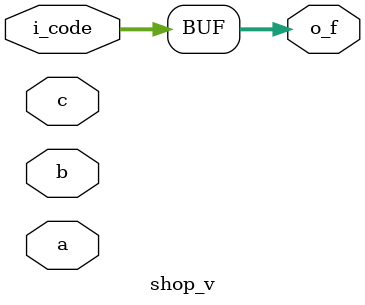
<source format=v>


module shop_v

  (
    input        a     ,
    input        b     ,
    input        c     ,
    input  [23:0] i_code,
    output [23:0] o_f
  );
  
  assign o_f = i_code;
  
  
  // assign o_f = i_code == 00 ?    a ^ b ^ c    : 
               // i_code == 01 ? ~ (a & b & c)   : 
               // i_code == 10 ? ~ ( a |  b | c) : 
                              // (~a & ~b & ~c) | (~a & b & c) | (a & ~b & c) | (a & b & ~c);
endmodule


// ////////////////////////////
 // // Component Model - Uses MUX
// ////////////////////////////
// module shop_v

  // (
    // input        a     ,
    // input        b     ,
    // input        c     ,
    // input  [1:0] i_code,
    // output       o_f
  // );
  
  
  // // final outputs of each gate
  // wire xor_f;
  // wire nand_f;
  // wire nor_f;
  // wire xnor_f;
  
  // // internal gate outputs
  // wire nor_or_f;   // OR4 output befor NOT output for NOR
  // wire xnor_xor_f; // XOR outup befor NOT output for XNOR
  
  
  
  // // XOR3
  // XOR4_gate_v  xor_0  (a, b, c, 1'b0, xor_f);
  
  // // NAND3
  // NAND4_gate_v nand_0 (a, b, c, 1'b1, nand_f);
  
  // // NOR3
  // OR4_gate_v   or_0   (a, b, c, 1'b0, nor_or_f);
  // NOT1_gate_v  not_0  (nor_or_f, nor_f);
  
  // // XNOR3
  // XOR4_gate_v  xor_1  (a, b, c, 1'b0, xnor_xor_f);
  // NOT1_gate_v  not_1  (xnor_xor_f, xnor_f);
  
  // // shop
  // MUX_4_1_v mux0 (1'b1, {xnor_f, nor_f, nand_f, xor_f}, i_code, o_f);

// endmodule

</source>
